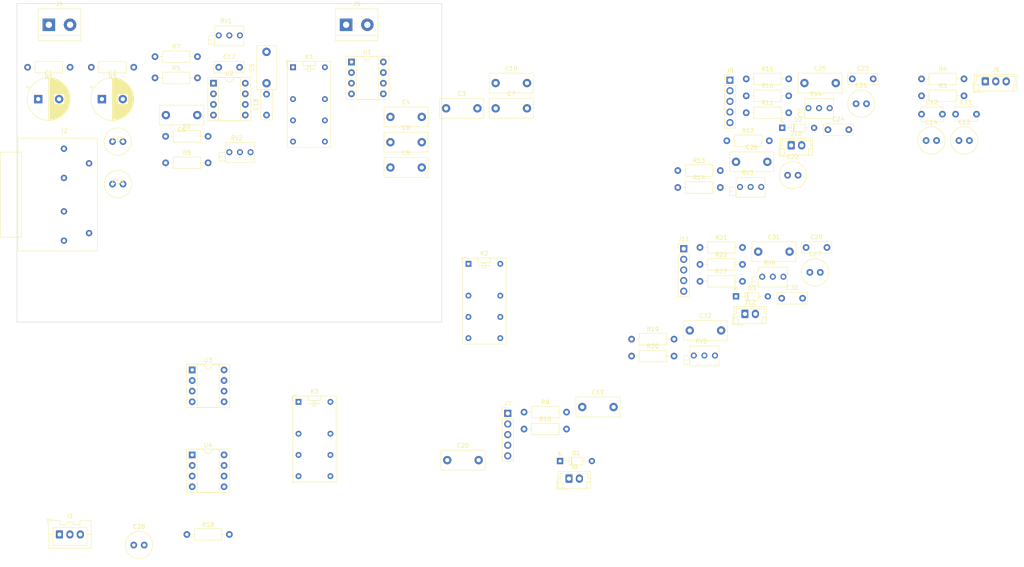
<source format=kicad_pcb>
(kicad_pcb (version 20211014) (generator pcbnew)
  (layers (0 "F.Cu" signal) (31 "B.Cu" signal) (34 "B.Paste" user) (35 "F.Paste" user) (36 "B.SilkS" user "B.Silkscreen") (37 "F.SilkS" user "F.Silkscreen") (38 "B.Mask" user) (39 "F.Mask" user) (44 "Edge.Cuts" user))
  (net 0 "")
  (net 1 "VCC")
  (net 2 "GND")
  (net 3 "VDD")
  (net 4 "/Channel 1/L Out")
  (net 5 "Net-(C11-Pad2)")
  (net 6 "/Channel 1/R Out")
  (net 7 "Net-(C12-Pad2)")
  (net 8 "Net-(C13-Pad2)")
  (net 9 "Net-(C14-Pad2)")
  (net 10 "/Channel 1/L In")
  (net 11 "Net-(C15-Pad2)")
  (net 12 "/Channel 1/R In")
  (net 13 "Net-(C16-Pad2)")
  (net 14 "Net-(C17-Pad1)")
  (net 15 "Net-(C17-Pad2)")
  (net 16 "Net-(C18-Pad1)")
  (net 17 "Net-(C18-Pad2)")
  (net 18 "Net-(C19-Pad2)")
  (net 19 "Net-(C20-Pad2)")
  (net 20 "/Channel 2/L In")
  (net 21 "Net-(C21-Pad2)")
  (net 22 "/Channel 2/R In")
  (net 23 "Net-(C22-Pad2)")
  (net 24 "Net-(C23-Pad1)")
  (net 25 "Net-(C23-Pad2)")
  (net 26 "Net-(C24-Pad1)")
  (net 27 "Net-(C24-Pad2)")
  (net 28 "Net-(C25-Pad2)")
  (net 29 "Net-(C26-Pad2)")
  (net 30 "/Channel 3/L In")
  (net 31 "Net-(C27-Pad2)")
  (net 32 "/Channel 3/R In")
  (net 33 "Net-(C28-Pad2)")
  (net 34 "Net-(C29-Pad1)")
  (net 35 "Net-(C29-Pad2)")
  (net 36 "Net-(C30-Pad1)")
  (net 37 "Net-(C30-Pad2)")
  (net 38 "Net-(C31-Pad2)")
  (net 39 "Net-(C32-Pad2)")
  (net 40 "GND2")
  (net 41 "Net-(D1-Pad2)")
  (net 42 "Net-(D2-Pad2)")
  (net 43 "Net-(D3-Pad2)")
  (net 44 "+5V")
  (net 45 "Net-(J7-Pad2)")
  (net 46 "Net-(J7-Pad4)")
  (net 47 "Net-(J9-Pad2)")
  (net 48 "Net-(J9-Pad4)")
  (net 49 "Net-(J11-Pad2)")
  (net 50 "Net-(J11-Pad4)")
  (net 51 "Net-(K1-Pad8)")
  (net 52 "Net-(K1-Pad9)")
  (net 53 "Net-(K2-Pad8)")
  (net 54 "Net-(K2-Pad9)")
  (net 55 "Net-(K3-Pad8)")
  (net 56 "Net-(K3-Pad9)")
  (net 57 "Net-(R7-Pad2)")
  (net 58 "Net-(R8-Pad2)")
  (net 59 "Net-(R13-Pad2)")
  (net 60 "Net-(R14-Pad2)")
  (net 61 "Net-(R19-Pad2)")
  (net 62 "Net-(R20-Pad2)")
  (footprint "Capacitor_THT:C_Rect_L7.0mm_W2.5mm_P5.00mm" (layer "F.Cu") (at 63.5 33.02)
    (fp_text reference "C17" (at 2.5 -2.5) (layer "F.SilkS"))
    (fp_text value "47p")
    (pad "1" thru_hole circle (at 0 0) (size 1.6 1.6) (drill 0.8) (layers *.Cu *.Mask) (net 14 "Net-(C17-Pad1)"))
    (pad "2" thru_hole circle (at 5 0) (size 1.6 1.6) (drill 0.8) (layers *.Cu *.Mask) (net 15 "Net-(C17-Pad2)"))
  )
  (footprint "Diode_THT:D_DO-34_SOD68_P7.62mm_Horizontal" (layer "F.Cu") (at 187.245354 87.83)
    (fp_text reference "D3" (at 3.81 -1.92) (layer "F.SilkS"))
    (fp_text value "DIODE")
    (fp_text user "K" (at 0 -1.75) (layer "F.SilkS"))
    (pad "1" thru_hole rect (at 0 0) (size 1.5 1.5) (drill 0.75) (layers *.Cu *.Mask) (net 40 "GND2"))
    (pad "2" thru_hole oval (at 7.62 0) (size 1.5 1.5) (drill 0.75) (layers *.Cu *.Mask) (net 43 "Net-(D3-Pad2)"))
  )
  (footprint "Resistor_THT:R_Axial_DIN0207_L6.3mm_D2.5mm_P10.16mm_Horizontal" (layer "F.Cu") (at 185.045354 50.6)
    (fp_text reference "R12" (at 5.08 -2.37) (layer "F.SilkS"))
    (fp_text value "47K")
    (pad "1" thru_hole circle (at 0 0) (size 1.6 1.6) (drill 0.8) (layers *.Cu *.Mask) (net 23 "Net-(C22-Pad2)"))
    (pad "2" thru_hole oval (at 10.16 0) (size 1.6 1.6) (drill 0.8) (layers *.Cu *.Mask) (net 26 "Net-(C24-Pad1)"))
  )
  (footprint "Resistor_THT:R_Axial_DIN0207_L6.3mm_D2.5mm_P10.16mm_Horizontal" (layer "F.Cu") (at 178.635354 80.18)
    (fp_text reference "R22" (at 5.08 -2.37) (layer "F.SilkS"))
    (fp_text value "22K")
    (pad "1" thru_hole circle (at 0 0) (size 1.6 1.6) (drill 0.8) (layers *.Cu *.Mask) (net 56 "Net-(K3-Pad9)"))
    (pad "2" thru_hole oval (at 10.16 0) (size 1.6 1.6) (drill 0.8) (layers *.Cu *.Mask) (net 6 "/Channel 1/R Out"))
  )
  (footprint "Resistor_THT:R_Axial_DIN0207_L6.3mm_D2.5mm_P10.16mm_Horizontal" (layer "F.Cu") (at 136.5425 119.5675)
    (fp_text reference "R10" (at 5.08 -2.37) (layer "F.SilkS"))
    (fp_text value "22K")
    (pad "1" thru_hole circle (at 0 0) (size 1.6 1.6) (drill 0.8) (layers *.Cu *.Mask) (net 52 "Net-(K1-Pad9)"))
    (pad "2" thru_hole oval (at 10.16 0) (size 1.6 1.6) (drill 0.8) (layers *.Cu *.Mask) (net 6 "/Channel 1/R Out"))
  )
  (footprint "Resistor_THT:R_Axial_DIN0207_L6.3mm_D2.5mm_P10.16mm_Horizontal" (layer "F.Cu") (at 43.18 33.02 180)
    (fp_text reference "R2" (at 5.08 -2.37) (layer "F.SilkS"))
    (fp_text value "10K")
    (pad "1" thru_hole circle (at 0 0 180) (size 1.6 1.6) (drill 0.8) (layers *.Cu *.Mask) (net 3 "VDD"))
    (pad "2" thru_hole oval (at 10.16 0 180) (size 1.6 1.6) (drill 0.8) (layers *.Cu *.Mask) (net 2 "GND"))
  )
  (footprint "Capacitor_THT:C_Rect_L7.0mm_W2.5mm_P5.00mm" (layer "F.Cu") (at 74.94 44.46 90)
    (fp_text reference "C18" (at 2.5 -2.5 90) (layer "F.SilkS"))
    (fp_text value "47p")
    (pad "1" thru_hole circle (at 0 0 90) (size 1.6 1.6) (drill 0.8) (layers *.Cu *.Mask) (net 16 "Net-(C18-Pad1)"))
    (pad "2" thru_hole circle (at 5 0 90) (size 1.6 1.6) (drill 0.8) (layers *.Cu *.Mask) (net 17 "Net-(C18-Pad2)"))
  )
  (footprint "Potentiometer_THT:Potentiometer_Bourns_3266Z_Horizontal" (layer "F.Cu") (at 209.655354 42.8)
    (fp_text reference "RV4" (at -3.3 -3.41) (layer "F.SilkS"))
    (fp_text value "100K")
    (pad "1" thru_hole circle (at 0 0) (size 1.44 1.44) (drill 0.8) (layers *.Cu *.Mask) (net 60 "Net-(R14-Pad2)"))
    (pad "2" thru_hole circle (at -2.54 0) (size 1.44 1.44) (drill 0.8) (layers *.Cu *.Mask) (net 27 "Net-(C24-Pad2)"))
    (pad "3" thru_hole circle (at -5.08 0) (size 1.44 1.44) (drill 0.8) (layers *.Cu *.Mask))
  )
  (footprint "Capacitor_THT:C_Radial_D6.3mm_H11.0mm_P2.50mm" (layer "F.Cu") (at 38.1 50.8)
    (fp_text reference "C15" (at 1.25 -0.57) (layer "F.SilkS"))
    (fp_text value "10u")
    (pad "1" thru_hole circle (at 0 0) (size 1.6 1.6) (drill 0.8) (layers *.Cu *.Mask) (net 10 "/Channel 1/L In"))
    (pad "2" thru_hole circle (at 2.5 0) (size 1.6 1.6) (drill 0.8) (layers *.Cu *.Mask) (net 11 "Net-(C15-Pad2)"))
  )
  (footprint "Resistor_THT:R_Axial_DIN0207_L6.3mm_D2.5mm_P10.16mm_Horizontal" (layer "F.Cu") (at 55.88 144.78)
    (fp_text reference "R18" (at 5.08 -2.37) (layer "F.SilkS"))
    (fp_text value "47K")
    (pad "1" thru_hole circle (at 0 0) (size 1.6 1.6) (drill 0.8) (layers *.Cu *.Mask) (net 33 "Net-(C28-Pad2)"))
    (pad "2" thru_hole oval (at 10.16 0) (size 1.6 1.6) (drill 0.8) (layers *.Cu *.Mask) (net 36 "Net-(C30-Pad1)"))
  )
  (footprint "Potentiometer_THT:Potentiometer_Bourns_3266Z_Horizontal" (layer "F.Cu") (at 71.12 53.34)
    (fp_text reference "RV2" (at -3.3 -3.41) (layer "F.SilkS"))
    (fp_text value "100K")
    (pad "1" thru_hole circle (at 0 0) (size 1.44 1.44) (drill 0.8) (layers *.Cu *.Mask) (net 58 "Net-(R8-Pad2)"))
    (pad "2" thru_hole circle (at -2.54 0) (size 1.44 1.44) (drill 0.8) (layers *.Cu *.Mask) (net 17 "Net-(C18-Pad2)"))
    (pad "3" thru_hole circle (at -5.08 0) (size 1.44 1.44) (drill 0.8) (layers *.Cu *.Mask))
  )
  (footprint "Connector_PinHeader_2.54mm:PinHeader_1x05_P2.54mm_Vertical" (layer "F.Cu") (at 132.6425 115.8175)
    (fp_text reference "J7" (at 0 -2.33) (layer "F.SilkS"))
    (fp_text value "Volume Control")
    (pad "1" thru_hole rect (at 0 0) (size 1.7 1.7) (drill 1) (layers *.Cu *.Mask) (net 18 "Net-(C19-Pad2)"))
    (pad "2" thru_hole oval (at 0 2.54) (size 1.7 1.7) (drill 1) (layers *.Cu *.Mask) (net 45 "Net-(J7-Pad2)"))
    (pad "3" thru_hole oval (at 0 5.08) (size 1.7 1.7) (drill 1) (layers *.Cu *.Mask) (net 2 "GND"))
    (pad "4" thru_hole oval (at 0 7.62) (size 1.7 1.7) (drill 1) (layers *.Cu *.Mask) (net 46 "Net-(J7-Pad4)"))
    (pad "5" thru_hole oval (at 0 10.16) (size 1.7 1.7) (drill 1) (layers *.Cu *.Mask) (net 19 "Net-(C20-Pad2)"))
  )
  (footprint "Capacitor_THT:C_Rect_L10.3mm_W4.5mm_P7.50mm_MKS4" (layer "F.Cu") (at 58.365 44.46 180)
    (fp_text reference "C6" (at 3.75 -3.5) (layer "F.SilkS"))
    (fp_text value "100n")
    (pad "1" thru_hole circle (at 0 0 180) (size 2 2) (drill 1) (layers *.Cu *.Mask) (net 3 "VDD"))
    (pad "2" thru_hole circle (at 7.5 0 180) (size 2 2) (drill 1) (layers *.Cu *.Mask) (net 2 "GND"))
  )
  (footprint "Capacitor_THT:C_Rect_L7.0mm_W2.5mm_P5.00mm" (layer "F.Cu") (at 215.065354 35.8)
    (fp_text reference "C23" (at 2.5 -2.5) (layer "F.SilkS"))
    (fp_text value "47p")
    (pad "1" thru_hole circle (at 0 0) (size 1.6 1.6) (drill 0.8) (layers *.Cu *.Mask) (net 24 "Net-(C23-Pad1)"))
    (pad "2" thru_hole circle (at 5 0) (size 1.6 1.6) (drill 0.8) (layers *.Cu *.Mask) (net 25 "Net-(C23-Pad2)"))
  )
  (footprint "Resistor_THT:R_Axial_DIN0207_L6.3mm_D2.5mm_P10.16mm_Horizontal" (layer "F.Cu") (at 162.265354 102.11)
    (fp_text reference "R20" (at 5.08 -2.37) (layer "F.SilkS"))
    (fp_text value "22K")
    (pad "1" thru_hole circle (at 0 0) (size 1.6 1.6) (drill 0.8) (layers *.Cu *.Mask) (net 36 "Net-(C30-Pad1)"))
    (pad "2" thru_hole oval (at 10.16 0) (size 1.6 1.6) (drill 0.8) (layers *.Cu *.Mask) (net 62 "Net-(R20-Pad2)"))
  )
  (footprint "Resistor_THT:R_Axial_DIN0207_L6.3mm_D2.5mm_P10.16mm_Horizontal" (layer "F.Cu") (at 136.5425 115.5175)
    (fp_text reference "R9" (at 5.08 -2.37) (layer "F.SilkS"))
    (fp_text value "22K")
    (pad "1" thru_hole circle (at 0 0) (size 1.6 1.6) (drill 0.8) (layers *.Cu *.Mask) (net 51 "Net-(K1-Pad8)"))
    (pad "2" thru_hole oval (at 10.16 0) (size 1.6 1.6) (drill 0.8) (layers *.Cu *.Mask) (net 4 "/Channel 1/L Out"))
  )
  (footprint "Capacitor_THT:C_Rect_L7.0mm_W2.5mm_P5.00mm" (layer "F.Cu") (at 209.235354 47.95)
    (fp_text reference "C24" (at 2.5 -2.5) (layer "F.SilkS"))
    (fp_text value "47p")
    (pad "1" thru_hole circle (at 0 0) (size 1.6 1.6) (drill 0.8) (layers *.Cu *.Mask) (net 26 "Net-(C24-Pad1)"))
    (pad "2" thru_hole circle (at 5 0) (size 1.6 1.6) (drill 0.8) (layers *.Cu *.Mask) (net 27 "Net-(C24-Pad2)"))
  )
  (footprint "Resistor_THT:R_Axial_DIN0207_L6.3mm_D2.5mm_P10.16mm_Horizontal" (layer "F.Cu") (at 162.265354 98.06)
    (fp_text reference "R19" (at 5.08 -2.37) (layer "F.SilkS"))
    (fp_text value "22K")
    (pad "1" thru_hole circle (at 0 0) (size 1.6 1.6) (drill 0.8) (layers *.Cu *.Mask) (net 34 "Net-(C29-Pad1)"))
    (pad "2" thru_hole oval (at 10.16 0) (size 1.6 1.6) (drill 0.8) (layers *.Cu *.Mask) (net 61 "Net-(R19-Pad2)"))
  )
  (footprint "Resistor_THT:R_Axial_DIN0207_L6.3mm_D2.5mm_P10.16mm_Horizontal" (layer "F.Cu") (at 231.625354 39.85)
    (fp_text reference "R3" (at 5.08 -2.37) (layer "F.SilkS"))
    (fp_text value "22K")
    (pad "1" thru_hole circle (at 0 0) (size 1.6 1.6) (drill 0.8) (layers *.Cu *.Mask) (net 4 "/Channel 1/L Out"))
    (pad "2" thru_hole oval (at 10.16 0) (size 1.6 1.6) (drill 0.8) (layers *.Cu *.Mask) (net 5 "Net-(C11-Pad2)"))
  )
  (footprint "Capacitor_THT:C_Radial_D6.3mm_H11.0mm_P2.50mm" (layer "F.Cu") (at 38.1 60.96)
    (fp_text reference "C16" (at 1.25 -0.57) (layer "F.SilkS"))
    (fp_text value "10u")
    (pad "1" thru_hole circle (at 0 0) (size 1.6 1.6) (drill 0.8) (layers *.Cu *.Mask) (net 12 "/Channel 1/R In"))
    (pad "2" thru_hole circle (at 2.5 0) (size 1.6 1.6) (drill 0.8) (layers *.Cu *.Mask) (net 13 "Net-(C16-Pad2)"))
  )
  (footprint "Connector_PinHeader_2.54mm:PinHeader_1x05_P2.54mm_Vertical" (layer "F.Cu") (at 174.735354 76.43)
    (fp_text reference "J11" (at 0 -2.33) (layer "F.SilkS"))
    (fp_text value "Volume Control")
    (pad "1" thru_hole rect (at 0 0) (size 1.7 1.7) (drill 1) (layers *.Cu *.Mask) (net 38 "Net-(C31-Pad2)"))
    (pad "2" thru_hole oval (at 0 2.54) (size 1.7 1.7) (drill 1) (layers *.Cu *.Mask) (net 49 "Net-(J11-Pad2)"))
    (pad "3" thru_hole oval (at 0 5.08) (size 1.7 1.7) (drill 1) (layers *.Cu *.Mask) (net 2 "GND"))
    (pad "4" thru_hole oval (at 0 7.62) (size 1.7 1.7) (drill 1) (layers *.Cu *.Mask) (net 50 "Net-(J11-Pad4)"))
    (pad "5" thru_hole oval (at 0 10.16) (size 1.7 1.7) (drill 1) (layers *.Cu *.Mask) (net 39 "Net-(C32-Pad2)"))
  )
  (footprint "Resistor_THT:R_Axial_DIN0207_L6.3mm_D2.5mm_P10.16mm_Horizontal" (layer "F.Cu") (at 48.26 30.48)
    (fp_text reference "R7" (at 5.08 -2.37) (layer "F.SilkS"))
    (fp_text value "22K")
    (pad "1" thru_hole circle (at 0 0) (size 1.6 1.6) (drill 0.8) (layers *.Cu *.Mask) (net 14 "Net-(C17-Pad1)"))
    (pad "2" thru_hole oval (at 10.16 0) (size 1.6 1.6) (drill 0.8) (layers *.Cu *.Mask) (net 57 "Net-(R7-Pad2)"))
  )
  (footprint "Resistor_THT:R_Axial_DIN0207_L6.3mm_D2.5mm_P10.16mm_Horizontal" (layer "F.Cu") (at 27.94 33.02 180)
    (fp_text reference "R1" (at 5.08 -2.37) (layer "F.SilkS"))
    (fp_text value "10K")
    (pad "1" thru_hole circle (at 0 0 180) (size 1.6 1.6) (drill 0.8) (layers *.Cu *.Mask) (net 2 "GND"))
    (pad "2" thru_hole oval (at 10.16 0 180) (size 1.6 1.6) (drill 0.8) (layers *.Cu *.Mask) (net 1 "VCC"))
  )
  (footprint "Package_DIP:DIP-8_W7.62mm_Socket" (layer "F.Cu") (at 95.26 31.76)
    (fp_text reference "U1" (at 3.81 -2.33) (layer "F.SilkS"))
    (fp_text value "TL072")
    (pad "1" thru_hole rect (at 0 0) (size 1.6 1.6) (drill 0.8) (layers *.Cu *.Mask) (net 5 "Net-(C11-Pad2)"))
    (pad "2" thru_hole oval (at 0 2.54) (size 1.6 1.6) (drill 0.8) (layers *.Cu *.Mask) (net 4 "/Channel 1/L Out"))
    (pad "3" thru_hole oval (at 0 5.08) (size 1.6 1.6) (drill 0.8) (layers *.Cu *.Mask) (net 2 "GND"))
    (pad "4" thru_hole oval (at 0 7.62) (size 1.6 1.6) (drill 0.8) (layers *.Cu *.Mask) (net 3 "VDD"))
    (pad "5" thru_hole oval (at 7.62 7.62) (size 1.6 1.6) (drill 0.8) (layers *.Cu *.Mask) (net 6 "/Channel 1/R Out"))
    (pad "6" thru_hole oval (at 7.62 5.08) (size 1.6 1.6) (drill 0.8) (layers *.Cu *.Mask) (net 2 "GND"))
    (pad "7" thru_hole oval (at 7.62 2.54) (size 1.6 1.6) (drill 0.8) (layers *.Cu *.Mask) (net 7 "Net-(C12-Pad2)"))
    (pad "8" thru_hole oval (at 7.62 0) (size 1.6 1.6) (drill 0.8) (layers *.Cu *.Mask) (net 1 "VCC"))
  )
  (footprint "Capacitor_THT:C_Rect_L10.3mm_W4.5mm_P7.50mm_MKS4" (layer "F.Cu") (at 150.4625 114.3)
    (fp_text reference "C19" (at 3.75 -3.5) (layer "F.SilkS"))
    (fp_text value "10u")
    (pad "1" thru_hole circle (at 0 0) (size 2 2) (drill 1) (layers *.Cu *.Mask) (net 15 "Net-(C17-Pad2)"))
    (pad "2" thru_hole circle (at 7.5 0) (size 2 2) (drill 1) (layers *.Cu *.Mask) (net 18 "Net-(C19-Pad2)"))
  )
  (footprint "Resistor_THT:R_Axial_DIN0207_L6.3mm_D2.5mm_P10.16mm_Horizontal" (layer "F.Cu") (at 231.625354 35.8)
    (fp_text reference "R4" (at 5.08 -2.37) (layer "F.SilkS"))
    (fp_text value "22K")
    (pad "1" thru_hole circle (at 0 0) (size 1.6 1.6) (drill 0.8) (layers *.Cu *.Mask) (net 6 "/Channel 1/R Out"))
    (pad "2" thru_hole oval (at 10.16 0) (size 1.6 1.6) (drill 0.8) (layers *.Cu *.Mask) (net 7 "Net-(C12-Pad2)"))
  )
  (footprint "Connector_JST:JST_EH_B2B-EH-A_1x02_P2.50mm_Vertical" (layer "F.Cu") (at 189.385354 92.03)
    (fp_text reference "J12" (at 1.25 -2.8) (layer "F.SilkS"))
    (fp_text value "Muting Control")
    (pad "1" thru_hole roundrect (at 0 0) (size 1.7 2) (drill 1) (layers *.Cu *.Mask) (roundrect_rratio 0.147059) (net 44 "+5V"))
    (pad "2" thru_hole oval (at 2.5 0) (size 1.7 2) (drill 1) (layers *.Cu *.Mask) (net 43 "Net-(D3-Pad2)"))
  )
  (footprint "Capacitor_THT:C_Rect_L10.3mm_W4.5mm_P7.50mm_MKS4" (layer "F.Cu") (at 176.185354 95.98)
    (fp_text reference "C32" (at 3.75 -3.5) (layer "F.SilkS"))
    (fp_text value "10u")
    (pad "1" thru_hole circle (at 0 0) (size 2 2) (drill 1) (layers *.Cu *.Mask) (net 37 "Net-(C30-Pad2)"))
    (pad "2" thru_hole circle (at 7.5 0) (size 2 2) (drill 1) (layers *.Cu *.Mask) (net 39 "Net-(C32-Pad2)"))
  )
  (footprint "Capacitor_THT:C_Disc_D5.1mm_W3.2mm_P5.00mm" (layer "F.Cu") (at 239.775354 44.25)
    (fp_text reference "C11" (at 2.5 -2.85) (layer "F.SilkS"))
    (fp_text value "22p")
    (pad "1" thru_hole circle (at 0 0) (size 1.6 1.6) (drill 0.8) (layers *.Cu *.Mask) (net 4 "/Channel 1/L Out"))
    (pad "2" thru_hole circle (at 5 0) (size 1.6 1.6) (drill 0.8) (layers *.Cu *.Mask) (net 5 "Net-(C11-Pad2)"))
  )
  (footprint "Package_DIP:DIP-8_W7.62mm_Socket" (layer "F.Cu") (at 62.24 36.84)
    (fp_text reference "U2" (at 3.81 -2.33) (layer "F.SilkS"))
    (fp_text value "TL072")
    (pad "1" thru_hole rect (at 0 0) (size 1.6 1.6) (drill 0.8) (layers *.Cu *.Mask) (net 15 "Net-(C17-Pad2)"))
    (pad "2" thru_hole oval (at 0 2.54) (size 1.6 1.6) (drill 0.8) (layers *.Cu *.Mask) (net 14 "Net-(C17-Pad1)"))
    (pad "3" thru_hole oval (at 0 5.08) (size 1.6 1.6) (drill 0.8) (layers *.Cu *.Mask) (net 2 "GND"))
    (pad "4" thru_hole oval (at 0 7.62) (size 1.6 1.6) (drill 0.8) (layers *.Cu *.Mask) (net 3 "VDD"))
    (pad "5" thru_hole oval (at 7.62 7.62) (size 1.6 1.6) (drill 0.8) (layers *.Cu *.Mask) (net 2 "GND"))
    (pad "6" thru_hole oval (at 7.62 5.08) (size 1.6 1.6) (drill 0.8) (layers *.Cu *.Mask) (net 16 "Net-(C18-Pad1)"))
    (pad "7" thru_hole oval (at 7.62 2.54) (size 1.6 1.6) (drill 0.8) (layers *.Cu *.Mask) (net 17 "Net-(C18-Pad2)"))
    (pad "8" thru_hole oval (at 7.62 0) (size 1.6 1.6) (drill 0.8) (layers *.Cu *.Mask) (net 1 "VCC"))
  )
  (footprint "Resistor_THT:R_Axial_DIN0207_L6.3mm_D2.5mm_P10.16mm_Horizontal" (layer "F.Cu") (at 50.8 49.54)
    (fp_text reference "R6" (at 5.08 -2.37) (layer "F.SilkS"))
    (fp_text value "47K")
    (pad "1" thru_hole circle (at 0 0) (size 1.6 1.6) (drill 0.8) (layers *.Cu *.Mask) (net 13 "Net-(C16-Pad2)"))
    (pad "2" thru_hole oval (at 10.16 0) (size 1.6 1.6) (drill 0.8) (layers *.Cu *.Mask) (net 16 "Net-(C18-Pad1)"))
  )
  (footprint "Capacitor_THT:C_Rect_L10.3mm_W4.5mm_P7.50mm_MKS4" (layer "F.Cu") (at 104.575354 50.95)
    (fp_text reference "C8" (at 3.75 -3.5) (layer "F.SilkS"))
    (fp_text value "100n")
    (pad "1" thru_hole circle (at 0 0) (size 2 2) (drill 1) (layers *.Cu *.Mask) (net 3 "VDD"))
    (pad "2" thru_hole circle (at 7.5 0) (size 2 2) (drill 1) (layers *.Cu *.Mask) (net 2 "GND"))
  )
  (footprint "Capacitor_THT:C_Radial_D6.3mm_H11.0mm_P2.50mm" (layer "F.Cu") (at 43.18 147.32)
    (fp_text reference "C28" (at 1.25 -4.4) (layer "F.SilkS"))
    (fp_text value "10u")
    (pad "1" thru_hole circle (at 0 0) (size 1.6 1.6) (drill 0.8) (layers *.Cu *.Mask) (net 32 "/Channel 3/R In"))
    (pad "2" thru_hole circle (at 2.5 0) (size 1.6 1.6) (drill 0.8) (layers *.Cu *.Mask) (net 33 "Net-(C28-Pad2)"))
  )
  (footprint "CustomFootprintLibrary:Dual Stereo RCA Jack" (layer "F.Cu") (at 26.48 63.5)
    (fp_text reference "J2" (at 0 -15.24 unlocked) (layer "F.SilkS"))
    (fp_text value "Dual_Stereo_RCA_Jack")
    (pad "1" thru_hole circle (at 0 -4) (size 1.524 1.524) (drill 0.762) (layers *.Cu *.Mask) (net 12 "/Channel 1/R In"))
    (pad "2" thru_hole circle (at 0 -11) (size 1.524 1.524) (drill 0.762) (layers *.Cu *.Mask) (net 10 "/Channel 1/L In"))
    (pad "3" thru_hole circle (at 6 -7.5) (size 1.524 1.524) (drill 0.762) (layers *.Cu *.Mask) (net 2 "GND"))
    (pad "4" thru_hole circle (at 0 11) (size 1.524 1.524) (drill 0.762) (layers *.Cu *.Mask) (net 22 "/Channel 2/R In"))
    (pad "5" thru_hole circle (at 0 4) (size 1.524 1.524) (drill 0.762) (layers *.Cu *.Mask) (net 20 "/Channel 2/L In"))
    (pad "6" thru_hole circle (at 6 9.2) (size 1.524 1.524) (drill 0.762) (layers *.Cu *.Mask) (net 2 "GND"))
  )
  (footprint "Resistor_THT:R_Axial_DIN0207_L6.3mm_D2.5mm_P10.16mm_Horizontal" (layer "F.Cu") (at 173.325354 57.73)
    (fp_text reference "R13" (at 5.08 -2.37) (layer "F.SilkS"))
    (fp_text value "22K")
    (pad "1" thru_hole circle (at 0 0) (size 1.6 1.6) (drill 0.8) (layers *.Cu *.Mask) (net 24 "Net-(C23-Pad1)"))
    (pad "2" thru_hole oval (at 10.16 0) (size 1.6 1.6) (drill 0.8) (layers *.Cu *.Mask) (net 59 "Net-(R13-Pad2)"))
  )
  (footprint "Relay_THT:Relay_DPDT_Omron_G5V-2" (layer "F.Cu") (at 123.2375 80.0425)
    (fp_text reference "K2" (at 3.81 -2.5) (layer "F.SilkS"))
    (fp_text value "EC2-5NU")
    (pad "1" thru_hole rect (at 0 0) (size 1.4 1.4) (drill 0.7) (layers *.Cu *.Mask) (net 42 "Net-(D2-Pad2)"))
    (pad "4" thru_hole circle (at 0 7.62) (size 1.4 1.4) (drill 0.7) (layers *.Cu *.Mask) (net 47 "Net-(J9-Pad2)"))
    (pad "6" thru_hole circle (at 0 12.7) (size 1.4 1.4) (drill 0.7) (layers *.Cu *.Mask) (net 2 "GND"))
    (pad "8" thru_hole circle (at 0 17.78) (size 1.4 1.4) (drill 0.7) (layers *.Cu *.Mask) (net 53 "Net-(K2-Pad8)"))
    (pad "9" thru_hole circle (at 7.62 17.78) (size 1.4 1.4) (drill 0.7) (layers *.Cu *.Mask) (net 54 "Net-(K2-Pad9)"))
    (pad "11" thru_hole circle (at 7.62 12.7) (size 1.4 1.4) (drill 0.7) (layers *.Cu *.Mask) (net 2 "GND"))
    (pad "13" thru_hole circle (at 7.62 7.62) (size 1.4 1.4) (drill 0.7) (layers *.Cu *.Mask) (net 48 "Net-(J9-Pad4)"))
    (pad "16" thru_hole circle (at 7.62 0) (size 1.4 1.4) (drill 0.7) (layers *.Cu *.Mask) (net 40 "GND2"))
  )
  (footprint "Resistor_THT:R_Axial_DIN0207_L6.3mm_D2.5mm_P10.16mm_Horizontal" (layer "F.Cu") (at 173.325354 61.78)
    (fp_text reference "R14" (at 5.08 -2.37) (layer "F.SilkS"))
    (fp_text value "22K")
    (pad "1" thru_hole circle (at 0 0) (size 1.6 1.6) (drill 0.8) (layers *.Cu *.Mask) (net 26 "Net-(C24-Pad1)"))
    (pad "2" thru_hole oval (at 10.16 0) (size 1.6 1.6) (drill 0.8) (layers *.Cu *.Mask) (net 60 "Net-(R14-Pad2)"))
  )
  (footprint "Connector_PinHeader_2.54mm:PinHeader_1x05_P2.54mm_Vertical" (layer "F.Cu") (at 185.795354 36.1)
    (fp_text reference "J9" (at 0 -2.33) (layer "F.SilkS"))
    (fp_text value "Volume Control")
    (pad "1" thru_hole rect (at 0 0) (size 1.7 1.7) (drill 1) (layers *.Cu *.Mask) (net 28 "Net-(C25-Pad2)"))
    (pad "2" thru_hole oval (at 0 2.54) (size 1.7 1.7) (drill 1) (layers *.Cu *.Mask) (net 47 "Net-(J9-Pad2)"))
    (pad "3" thru_hole oval (at 0 5.08) (size 1.7 1.7) (drill 1) (layers *.Cu *.Mask) (net 2 "GND"))
    (pad "4" thru_hole oval (at 0 7.62) (size 1.7 1.7) (drill 1) (layers *.Cu *.Mask) (net 48 "Net-(J9-Pad4)"))
    (pad "5" thru_hole oval (at 0 10.16) (size 1.7 1.7) (drill 1) (layers *.Cu *.Mask) (net 29 "Net-(C26-Pad2)"))
  )
  (footprint "Connector_JST:JST_EH_B2B-EH-A_1x02_P2.50mm_Vertical" (layer "F.Cu") (at 200.445354 51.7)
    (fp_text reference "J10" (at 1.25 -2.8) (layer "F.SilkS"))
    (fp_text value "Muting Control")
    (pad "1" thru_hole roundrect (at 0 0) (size 1.7 2) (drill 1) (layers *.Cu *.Mask) (roundrect_rratio 0.147059) (net 44 "+5V"))
    (pad "2" thru_hole oval (at 2.5 0) (size 1.7 2) (drill 1) (layers *.Cu *.Mask) (net 42 "Net-(D2-Pad2)"))
  )
  (footprint "Resistor_THT:R_Axial_DIN0207_L6.3mm_D2.5mm_P10.16mm_Horizontal" (layer "F.Cu") (at 178.635354 76.13)
    (fp_text reference "R21" (at 5.08 -2.37) (layer "F.SilkS"))
    (fp_text value "22K")
    (pad "1" thru_hole circle (at 0 0) (size 1.6 1.6) (drill 0.8) (layers *.Cu *.Mask) (net 55 "Net-(K3-Pad8)"))
    (pad "2" thru_hole oval (at 10.16 0) (size 1.6 1.6) (drill 0.8) (layers *.Cu *.Mask) (net 4 "/Channel 1/L Out"))
  )
  (footprint "Capacitor_THT:C_Rect_L7.0mm_W2.5mm_P5.00mm" (layer "F.Cu") (at 204.005354 76.13)
    (fp_text reference "C29" (at 2.5 -2.5) (layer "F.SilkS"))
    (fp_text value "47p")
    (pad "1" thru_hole circle (at 0 0) (size 1.6 1.6) (drill 0.8) (layers *.Cu *.Mask) (net 34 "Net-(C29-Pad1)"))
    (pad "2" thru_hole circle (at 5 0) (size 1.6 1.6) (drill 0.8) (layers *.Cu *.Mask) (net 35 "Net-(C29-Pad2)"))
  )
  (footprint "Resistor_THT:R_Axial_DIN0207_L6.3mm_D2.5mm_P10.16mm_Horizontal" (layer "F.Cu") (at 48.26 35.56)
    (fp_text reference "R5" (at 5.08 -2.37) (layer "F.SilkS"))
    (fp_text value "47K")
    (pad "1" thru_hole circle (at 0 0) (size 1.6 1.6) (drill 0.8) (layers *.Cu *.Mask) (net 11 "Net-(C15-Pad2)"))
    (pad "2" thru_hole oval (at 10.16 0) (size 1.6 1.6) (drill 0.8) (layers *.Cu *.Mask) (net 14 "Net-(C17-Pad1)"))
  )
  (footprint "Potentiometer_THT:Potentiometer_Bourns_3266Z_Horizontal" (layer "F.Cu") (at 198.595354 83.13)
    (fp_text reference "RV6" (at -3.3 -3.41) (layer "F.SilkS"))
    (fp_text value "100K")
    (pad "1" thru_hole circle (at 0 0) (size 1.44 1.44) (drill 0.8) (layers *.Cu *.Mask) (net 62 "Net-(R20-Pad2)"))
    (pad "2" thru_hole circle (at -2.54 0) (size 1.44 1.44) (drill 0.8) (layers *.Cu *.Mask) (net 37 "Net-(C30-Pad2)"))
    (pad "3" thru_hole circle (at -5.08 0) (size 1.44 1.44) (drill 0.8) (layers *.Cu *.Mask))
  )
  (footprint "Capacitor_THT:C_Rect_L10.3mm_W4.5mm_P7.50mm_MKS4" (layer "F.Cu") (at 129.745354 42.85)
    (fp_text reference "C7" (at 3.75 -3.5) (layer "F.SilkS"))
    (fp_text value "100n")
    (pad "1" thru_hole circle (at 0 0) (size 2 2) (drill 1) (layers *.Cu *.Mask) (net 1 "VCC"))
    (pad "2" thru_hole circle (at 7.5 0) (size 2 2) (drill 1) (layers *.Cu *.Mask) (net 2 "GND"))
  )
  (footprint "Potentiometer_THT:Potentiometer_Bourns_3266Z_Horizontal" (layer "F.Cu") (at 193.285354 61.65)
    (fp_text reference "RV3" (at -3.3 -3.41) (layer "F.SilkS"))
    (fp_text value "100K")
    (pad "1" thru_hole circle (at 0 0) (size 1.44 1.44) (drill 0.8) (layers *.Cu *.Mask) (net 59 "Net-(R13-Pad2)"))
    (pad "2" thru_hole circle (at -2.54 0) (size 1.44 1.44) (drill 0.8) (layers *.Cu *.Mask) (net 25 "Net-(C23-Pad2)"))
    (pad "3" thru_hole circle (at -5.08 0) (size 1.44 1.44) (drill 0.8) (layers *.Cu *.Mask))
  )
  (footprint "Diode_THT:D_DO-34_SOD68_P7.62mm_Horizontal" (layer "F.Cu") (at 145.1525 127.2175)
    (fp_text reference "D1" (at 3.81 -1.92) (layer "F.SilkS"))
    (fp_text value "DIODE")
    (fp_text user "K" (at 0 -1.75) (layer "F.SilkS"))
    (pad "1" thru_hole rect (at 0 0) (size 1.5 1.5) (drill 0.75) (layers *.Cu *.Mask) (net 40 "GND2"))
    (pad "2" thru_hole oval (at 7.62 0) (size 1.5 1.5) (drill 0.75) (layers *.Cu *.Mask) (net 41 "Net-(D1-Pad2)"))
  )
  (footprint "Capacitor_THT:C_Radial_D6.3mm_H11.0mm_P2.50mm" (layer "F.Cu") (at 199.595354 58.85)
    (fp_text reference "C22" (at 1.25 -4.4) (layer "F.SilkS"))
    (fp_text value "10u")
    (pad "1" thru_hole circle (at 0 0) (size 1.6 1.6) (drill 0.8) (layers *.Cu *.Mask) (net 22 "/Channel 2/R In"))
    (pad "2" thru_hole circle (at 2.5 0) (size 1.6 1.6) (drill 0.8) (layers *.Cu *.Mask) (net 23 "Net-(C22-Pad2)"))
  )
  (footprint "Package_DIP:DIP-8_W7.62mm_Socket" (layer "F.Cu") (at 57.16 125.74)
    (fp_text reference "U4" (at 3.81 -2.33) (layer "F.SilkS"))
    (fp_text value "TL072")
    (pad "1" thru_hole rect (at 0 0) (size 1.6 1.6) (drill 0.8) (layers *.Cu *.Mask) (net 35 "Net-(C29-Pad2)"))
    (pad "2" thru_hole oval (at 0 2.54) (size 1.6 1.6) (drill 0.8) (layers *.Cu *.Mask) (net 34 "Net-(C29-Pad1)"))
    (pad "3" thru_hole oval (at 0 5.08) (size 1.6 1.6) (drill 0.8) (layers *.Cu *.Mask) (net 2 "GND"))
    (pad "4" thru_hole oval (at 0 7.62) (size 1.6 1.6) (drill 0.8) (layers *.Cu *.Mask) (net 3 "VDD"))
    (pad "5" thru_hole oval (at 7.62 7.62) (size 1.6 1.6) (drill 0.8) (layers *.Cu *.Mask) (net 2 "GND"))
    (pad "6" thru_hole oval (at 7.62 5.08) (size 1.6 1.6) (drill 0.8) (layers *.Cu *.Mask) (net 36 "Net-(C30-Pad1)"))
    (pad "7" thru_hole oval (at 7.62 2.54) (size 1.6 1.6) (drill 0.8) (layers *.Cu *.Mask) (net 37 "Net-(C30-Pad2)"))
    (pad "8" thru_hole oval (at 7.62 0) (size 1.6 1.6) (drill 0.8) (layers *.Cu *.Mask) (net 1 "VCC"))
  )
  (footprint "Capacitor_THT:C_Radial_D6.3mm_H11.0mm_P2.50mm" (layer "F.Cu") (at 240.575354 50.55)
    (fp_text reference "C13" (at 1.25 -4.4) (layer "F.SilkS"))
    (fp_text value "22u")
    (pad "1" thru_hole circle (at 0 0) (size 1.6 1.6) (drill 0.8) (layers *.Cu *.Mask) (net 5 "Net-(C11-Pad2)"))
    (pad "2" thru_hole circle (at 2.5 0) (size 1.6 1.6) (drill 0.8) (layers *.Cu *.Mask) (net 8 "Net-(C13-Pad2)"))
  )
  (footprint "Capacitor_THT:C_Rect_L7.0mm_W2.5mm_P5.00mm" (layer "F.Cu") (at 198.175354 88.28)
    (fp_text reference "C30" (at 2.5 -2.5) (layer "F.SilkS"))
    (fp_text value "47p")
    (pad "1" thru_hole circle (at 0 0) (size 1.6 1.6) (drill 0.8) (layers *.Cu *.Mask) (net 36 "Net-(C30-Pad1)"))
    (pad "2" thru_hole circle (at 5 0) (size 1.6 1.6) (drill 0.8) (layers *.Cu *.Mask) (net 37 "Net-(C30-Pad2)"))
  )
  (footprint "Capacitor_THT:C_Rect_L10.3mm_W4.5mm_P7.50mm_MKS4" (layer "F.Cu") (at 104.575354 44.9)
    (fp_text reference "C4" (at 3.75 -3.5) (layer "F.SilkS"))
    (fp_text value "100n")
    (pad "1" thru_hole circle (at 0 0) (size 2 2) (drill 1) (layers *.Cu *.Mask) (net 3 "VDD"))
    (pad "2" thru_hole circle (at 7.5 0) (size 2 2) (drill 1) (layers *.Cu *.Mask) (net 2 "GND"))
  )
  (footprint "Capacitor_THT:C_Rect_L10.3mm_W4.5mm_P7.50mm_MKS4" (layer "F.Cu") (at 117.885354 42.85)
    (fp_text reference "C3" (at 3.75 -3.5) (layer "F.SilkS"))
    (fp_text value "100n")
    (pad "1" thru_hole circle (at 0 0) (size 2 2) (drill 1) (layers *.Cu *.Mask) (net 1 "VCC"))
    (pad "2" thru_hole circle (at 7.5 0) (size 2 2) (drill 1) (layers *.Cu *.Mask) (net 2 "GND"))
  )
  (footprint "Capacitor_THT:C_Disc_D5.1mm_W3.2mm_P5.00mm" (layer "F.Cu") (at 231.625354 44.25)
    (fp_text reference "C12" (at 2.5 -2.85) (layer "F.SilkS"))
    (fp_text value "22p")
    (pad "1" thru_hole circle (at 0 0) (size 1.6 1.6) (drill 0.8) (layers *.Cu *.Mask) (net 6 "/Channel 1/R Out"))
    (pad "2" thru_hole circle (at 5 0) (size 1.6 1.6) (drill 0.8) (layers *.Cu *.Mask) (net 7 "Net-(C12-Pad2)"))
  )
  (footprint "Capacitor_THT:C_Radial_D6.3mm_H11.0mm_P2.50mm" (layer "F.Cu") (at 204.905354 82.08)
    (fp_text reference "C27" (at 1.25 -4.4) (layer "F.SilkS"))
    (fp_text value "10u")
    (pad "1" thru_hole circle (at 0 0) (size 1.6 1.6) (drill 0.8) (layers *.Cu *.Mask) (net 30 "/Channel 3/L In"))
    (pad "2" thru_hole circle (at 2.5 0) (size 1.6 1.6) (drill 0.8) (layers *.Cu *.Mask) (net 31 "Net-(C27-Pad2)"))
  )
  (footprint "Capacitor_THT:C_Rect_L10.3mm_W4.5mm_P7.50mm_MKS4" (layer "F.Cu") (at 74.94 36.84 90)
    (fp_text reference "C5" (at 3.75 -3.5 90) (layer "F.SilkS"))
    (fp_text value "100n")
    (pad "1" thru_hole circle (at 0 0 90) (size 2 2) (drill 1) (layers *.Cu *.Mask) (net 1 "VCC"))
    (pad "2" thru_hole circle (at 7.5 0 90) (size 2 2) (drill 1) (layers *.Cu *.Mask) (net 2 "GND"))
  )
  (footprint "Capacitor_THT:C_Rect_L10.3mm_W4.5mm_P7.50mm_MKS4" (layer "F.Cu") (at 192.555354 77.13)
    (fp_text reference "C31" (at 3.75 -3.5) (layer "F.SilkS"))
    (fp_text value "10u")
    (pad "1" thru_hole circle (at 0 0) (size 2 2) (drill 1) (layers *.Cu *.Mask) (net 35 "Net-(C29-Pad2)"))
    (pad "2" thru_hole circle (at 7.5 0) (size 2 2) (drill 1) (layers *.Cu *.Mask) (net 38 "Net-(C31-Pad2)"))
  )
  (footprint "Relay_THT:Relay_DPDT_Omron_G5V-2" (layer "F.Cu") (at 81.28 33.02)
    (fp_text reference "K1" (at 3.81 -2.5) (layer "F.SilkS"))
    (fp_text value "EC2-5NU")
    (pad "1" thru_hole rect (at 0 0) (size 1.4 1.4) (drill 0.7) (layers *.Cu *.Mask) (net 41 "Net-(D1-Pad2)"))
    (pad "4" thru_hole circle (at 0 7.62) (size 1.4 1.4) (drill 0.7) (layers *.Cu *.Mask) (net 45 "Net-(J7-Pad2)"))
    (pad "6" thru_hole circle (at 0 12.7) (size 1.4 1.4) (drill 0.7) (layers *.Cu *.Mask) (net 2 "GND"))
    (pad "8" thru_hole circle (at 0 17.78) (size 1.4 1.4) (drill 0.7) (layers *.Cu *.Mask) (net 51 "Net-(K1-Pad8)"))
    (pad "9" thru_hole circle (at 7.62 17.78) (size 1.4 1.4) (drill 0.7) (layers *.Cu *.Mask) (net 52 "Net-(K1-Pad9)"))
    (pad "11" thru_hole circle (at 7.62 12.7) (size 1.4 1.4) (drill 0.7) (layers *.Cu *.Mask) (net 2 "GND"))
    (pad "13" thru_hole circle (at 7.62 7.62) (size 1.4 1.4) (drill 0.7) (layers *.Cu *.Mask) (net 46 "Net-(J7-Pad4)"))
    (pad "16" thru_hole circle (at 7.62 0) (size 1.4 1.4) (drill 0.7) (layers *.Cu *.Mask) (net 40 "GND2"))
  )
  (footprint "Capacitor_THT:C_Rect_L10.3mm_W4.5mm_P7.50mm_MKS4" (layer "F.Cu") (at 118.175 127)
    (fp_text reference "C20" (at 3.75 -3.5) (layer "F.SilkS"))
    (fp_text value "10u")
    (pad "1" thru_hole circle (at 0 0) (size 2 2) (drill 1) (layers *.Cu *.Mask) (net 17 "Net-(C18-Pad2)"))
    (pad "2" thru_hole circle (at 7.5 0) (size 2 2) (drill 1) (layers *.Cu *.Mask) (net 19 "Net-(C20-Pad2)"))
  )
  (footprint "Capacitor_THT:C_Radial_D6.3mm_H11.0mm_P2.50mm" (layer "F.Cu") (at 215.965354 41.75)
    (fp_text reference "C21" (at 1.25 -4.4) (layer "F.SilkS"))
    (fp_text value "10u")
    (pad "1" thru_hole circle (at 0 0) (size 1.6 1.6) (drill 0.8) (layers *.Cu *.Mask) (net 20 "/Channel 2/L In"))
    (pad "2" thru_hole circle (at 2.5 0) (size 1.6 1.6) (drill 0.8) (layers *.Cu *.Mask) (net 21 "Net-(C21-Pad2)"))
  )
  (footprint "Capacitor_THT:C_Rect_L10.3mm_W4.5mm_P7.50mm_MKS4" (layer "F.Cu") (at 104.575354 57)
    (fp_text reference "C9" (at 3.75 -3.5) (layer "F.SilkS"))
    (fp_text value "100n")
    (pad "1" thru_hole circle (at 0 0) (size 2 2) (drill 1) (layers *.Cu *.Mask) (net 1 "VCC"))
    (pad "2" thru_hole circle (at 7.5 0) (size 2 2) (drill 1) (layers *.Cu *.Mask) (net 2 "GND"))
  )
  (footprint "Capacitor_THT:CP_Radial_D10.0mm_P5.00mm" (layer "F.Cu") (at 20.32 40.64)
    (fp_text reference "C1" (at 2.5 -6.25) (layer "F.SilkS"))
    (fp_text value "1000uF")
    (pad "1" thru_hole rect (at 0 0) (size 2 2) (drill 1) (layers *.Cu *.Mask) (net 1 "VCC"))
    (pad "2" thru_hole circle (at 5 0) (size 2 2) (drill 1) (layers *.Cu *.Mask) (net 2 "GND"))
  )
  (footprint "Connector_JST:JST_XA_B03B-XASK-1_1x03_P2.50mm_Vertical" (layer "F.Cu") (at 25.4 144.78)
    (fp_text reference "J1" (at 2.5 -4.4) (layer "F.SilkS"))
    (fp_text value "Channel 3 In")
    (pad "1" thru_hole roundrect (at 0 0) (size 1.7 1.95) (drill 0.95) (layers *.Cu *.Mask) (roundrect_rratio 0.147059) (net 32 "/Channel 3/R In"))
    (pad "2" thru_hole oval (at 2.5 0) (size 1.7 1.95) (drill 0.95) (layers *.Cu *.Mask) (net 2 "GND"))
    (pad "3" thru_hole oval (at 5 0) (size 1.7 1.95) (drill 0.95) (layers *.Cu *.Mask) (net 30 "/Channel 3/L In"))
  )
  (footprint "TerminalBlock:TerminalBlock_bornier-2_P5.08mm" (layer "F.Cu") (at 93.98 22.86)
    (fp_text reference "J5" (at 2.54 -5.08) (layer "F.SilkS"))
    (fp_text value "Power Input 5v")
    (pad "1" thru_hole rect (at 0 0) (size 3 3) (drill 1.52) (layers *.Cu *.Mask) (net 44 "+5V"))
    (pad "2" thru_hole circle (at 5.08 0) (size 3 3) (drill 1.52) (layers *.Cu *.Mask) (net 40 "GND2"))
  )
  (footprint "TerminalBlock:TerminalBlock_bornier-2_P5.08mm" (layer "F.Cu") (at 22.86 22.86)
    (fp_text reference "J4" (at 2.54 -5.08) (layer "F.SilkS"))
    (fp_text value "Power Input 24V")
    (pad "1" thru_hole rect (at 0 0) (size 3 3) (drill 1.52) (layers *.Cu *.Mask) (net 1 "VCC"))
    (pad "2" thru_hole circle (at 5.08 0) (size 3 3) (drill 1.52) (layers *.Cu *.Mask) (net 3 "VDD"))
  )
  (footprint "Resistor_THT:R_Axial_DIN0207_L6.3mm_D2.5mm_P10.16mm_Horizontal" (layer "F.Cu") (at 189.695354 35.8)
    (fp_text reference "R15" (at 5.08 -2.37) (layer "F.SilkS"))
    (fp_text value "22K")
    (pad "1" thru_hole circle (at 0 0) (size 1.6 1.6) (drill 0.8) (layers *.Cu *.Mask) (net 53 "Net-(K2-Pad8)"))
    (pad "2" thru_hole oval (at 10.16 0) (size 1.6 1.6) (drill 0.8) (layers *.Cu *.Mask) (net 4 "/Channel 1/L Out"))
  )
  (footprint "Resistor_THT:R_Axial_DIN0207_L6.3mm_D2.5mm_P10.16mm_Horizontal" (layer "F.Cu") (at 178.635354 84.23)
    (fp_text reference "R17" (at 5.08 -2.37) (layer "F.SilkS"))
    (fp_text value "47K")
    (pad "1" thru_hole circle (at 0 0) (size 1.6 1.6) (drill 0.8) (layers *.Cu *.Mask) (net 31 "Net-(C27-Pad2)"))
    (pad "2" thru_hole oval (at 10.16 0) (size 1.6 1.6) (drill 0.8) (layers *.Cu *.Mask) (net 34 "Net-(C29-Pad1)"))
  )
  (footprint "Capacitor_THT:CP_Radial_D10.0mm_P5.00mm" (layer "F.Cu") (at 35.56 40.64)
    (fp_text reference "C2" (at 2.5 -6.25) (layer "F.SilkS"))
    (fp_text value "1000uF")
    (pad "1" thru_hole rect (at 0 0) (size 2 2) (drill 1) (layers *.Cu *.Mask) (net 2 "GND"))
    (pad "2" thru_hole circle (at 5 0) (size 2 2) (drill 1) (layers *.Cu *.Mask) (net 3 "VDD"))
  )
  (footprint "Capacitor_THT:C_Rect_L10.3mm_W4.5mm_P7.50mm_MKS4" (layer "F.Cu") (at 187.245354 55.65)
    (fp_text reference "C26" (at 3.75 -3.5) (layer "F.SilkS"))
    (fp_text value "10u")
    (pad "1" thru_hole circle (at 0 0) (size 2 2) (drill 1) (layers *.Cu *.Mask) (net 27 "Net-(C24-Pad2)"))
    (pad "2" thru_hole circle (at 7.5 0) (size 2 2) (drill 1) (layers *.Cu *.Mask) (net 29 "Net-(C26-Pad2)"))
  )
  (footprint "Connector_JST:JST_EH_B3B-EH-A_1x03_P2.50mm_Vertical" (layer "F.Cu") (at 246.885354 36.4)
    (fp_text reference "J6" (at 2.5 -2.8) (layer "F.SilkS"))
    (fp_text value "Conn_01x03_Male")
    (pad "1" thru_hole roundrect (at 0 0) (size 1.7 1.95) (drill 0.95) (layers *.Cu *.Mask) (roundrect_rratio 0.147059) (net 9 "Net-(C14-Pad2)"))
    (pad "2" thru_hole oval (at 2.5 0) (size 1.7 1.95) (drill 0.95) (layers *.Cu *.Mask) (net 3 "VDD"))
    (pad "3" thru_hole oval (at 5 0) (size 1.7 1.95) (drill 0.95) (layers *.Cu *.Mask) (net 8 "Net-(C13-Pad2)"))
  )
  (footprint "Potentiometer_THT:Potentiometer_Bourns_3266Z_Horizontal" (layer "F.Cu") (at 68.58 25.4)
    (fp_text reference "RV1" (at -3.3 -3.41) (layer "F.SilkS"))
    (fp_text value "100K")
    (pad "1" thru_hole circle (at 0 0) (size 1.44 1.44) (drill 0.8) (layers *.Cu *.Mask) (net 57 "Net-(R7-Pad2)"))
    (pad "2" thru_hole circle (at -2.54 0) (size 1.44 1.44) (drill 0.8) (layers *.Cu *.Mask) (net 15 "Net-(C17-Pad2)"))
    (pad "3" thru_hole circle (at -5.08 0) (size 1.44 1.44) (drill 0.8) (layers *.Cu *.Mask))
  )
  (footprint "Potentiometer_THT:Potentiometer_Bourns_3266Z_Horizontal" (layer "F.Cu") (at 182.225354 101.98)
    (fp_text reference "RV5" (at -3.3 -3.41) (layer "F.SilkS"))
    (fp_text value "100K")
    (pad "1" thru_hole circle (at 0 0) (size 1.44 1.44) (drill 0.8) (layers *.Cu *.Mask) (net 61 "Net-(R19-Pad2)"))
    (pad "2" thru_hole circle (at -2.54 0) (size 1.44 1.44) (drill 0.8) (layers *.Cu *.Mask) (net 35 "Net-(C29-Pad2)"))
    (pad "3" thru_hole circle (at -5.08 0) (size 1.44 1.44) (drill 0.8) (layers *.Cu *.Mask))
  )
  (footprint "Diode_THT:D_DO-34_SOD68_P7.62mm_Horizontal" (layer "F.Cu") (at 198.305354 47.5)
    (fp_text reference "D2" (at 3.81 -1.92) (layer "F.SilkS"))
    (fp_text value "DIODE")
    (fp_text user "K" (at 0 -1.75) (layer "F.SilkS"))
    (pad "1" thru_hole rect (at 0 0) (size 1.5 1.5) (drill 0.75) (layers *.Cu *.Mask) (net 40 "GND2"))
    (pad "2" thru_hole oval (at 7.62 0) (size 1.5 1.5) (drill 0.75) (layers *.Cu *.Mask) (net 42 "Net-(D2-Pad2)"))
  )
  (footprint "Resistor_THT:R_Axial_DIN0207_L6.3mm_D2.5mm_P10.16mm_Horizontal" (layer "F.Cu") (at 50.8 55.88)
    (fp_text reference "R8" (at 5.08 -2.37) (layer "F.SilkS"))
    (fp_text value "22K")
    (pad "1" thru_hole circle (at 0 0) (size 1.6 1.6) (drill 0.8) (layers *.Cu *.Mask) (net 16 "Net-(C18-Pad1)"))
    (pad "2" thru_hole oval (at 10.16 0) (size 1.6 1.6) (drill 0.8) (layers *.Cu *.Mask) (net 58 "Net-(R8-Pad2)"))
  )
  (footprint "Capacitor_THT:C_Rect_L10.3mm_W4.5mm_P7.50mm_MKS4" (layer "F.Cu") (at 203.615354 36.8)
    (fp_text reference "C25" (at 3.75 -3.5) (layer "F.SilkS"))
    (fp_text value "10u")
    (pad "1" thru_hole circle (at 0 0) (size 2 2) (drill 1) (layers *.Cu *.Mask) (net 25 "Net-(C23-Pad2)"))
    (pad "2" thru_hole circle (at 7.5 0) (size 2 2) (drill 1) (layers *.Cu *.Mask) (net 28 "Net-(C25-Pad2)"))
  )
  (footprint "Resistor_THT:R_Axial_DIN0207_L6.3mm_D2.5mm_P10.16mm_Horizontal" (layer "F.Cu") (at 189.695354 39.85)
    (fp_text reference "R16" (at 5.08 -2.37) (layer "F.SilkS"))
    (fp_text value "22K")
    (pad "1" thru_hole circle (at 0 0) (size 1.6 1.6) (drill 0.8) (layers *.Cu *.Mask) (net 54 "Net-(K2-Pad9)"))
    (pad "2" thru_hole oval (at 10.16 0) (size 1.6 1.6) (drill 0.8) (layers *.Cu *.Mask) (net 6 "/Channel 1/R Out"))
  )
  (footprint "Capacitor_THT:C_Radial_D6.3mm_H11.0mm_P2.50mm" (layer "F.Cu") (at 232.725354 50.55)
    (fp_text reference "C14" (at 1.25 -4.4) (layer "F.SilkS"))
    (fp_text value "22u")
    (pad "1" thru_hole circle (at 0 0) (size 1.6 1.6) (drill 0.8) (layers *.Cu *.Mask) (net 7 "Net-(C12-Pad2)"))
    (pad "2" thru_hole circle (at 2.5 0) (size 1.6 1.6) (drill 0.8) (layers *.Cu *.Mask) (net 9 "Net-(C14-Pad2)"))
  )
  (footprint "Connector_JST:JST_EH_B2B-EH-A_1x02_P2.50mm_Vertical" (layer "F.Cu") (at 147.2925 131.4175)
    (fp_text reference "J8" (at 1.25 -2.8) (layer "F.SilkS"))
    (fp_text value "Muting Control")
    (pad "1" thru_hole roundrect (at 0 0) (size 1.7 2) (drill 1) (layers *.Cu *.Mask) (roundrect_rratio 0.147059) (net 44 "+5V"))
    (pad "2" thru_hole oval (at 2.5 0) (size 1.7 2) (drill 1) (layers *.Cu *.Mask) (net 41 "Net-(D1-Pad2)"))
  )
  (footprint "Resistor_THT:R_Axial_DIN0207_L6.3mm_D2.5mm_P10.16mm_Horizontal" (layer "F.Cu") (at 189.695354 43.9)
    (fp_text reference "R11" (at 5.08 -2.37) (layer "F.SilkS"))
    (fp_text value "47K")
    (pad "1" thru_hole circle (at 0 0) (size 1.6 1.6) (drill 0.8) (layers *.Cu *.Mask) (net 21 "Net-(C21-Pad2)"))
    (pad "2" thru_hole oval (at 10.16 0) (size 1.6 1.6) (drill 0.8) (layers *.Cu *.Mask) (net 24 "Net-(C23-Pad1)"))
  )
  (footprint "Package_DIP:DIP-8_W7.62mm_Socket" (layer "F.Cu") (at 57.16 105.42)
    (fp_text reference "U3" (at 3.81 -2.33) (layer "F.SilkS"))
    (fp_text value "TL072")
    (pad "1" thru_hole rect (at 0 0) (size 1.6 1.6) (drill 0.8) (layers *.Cu *.Mask) (net 25 "Net-(C23-Pad2)"))
    (pad "2" thru_hole oval (at 0 2.54) (size 1.6 1.6) (drill 0.8) (layers *.Cu *.Mask) (net 24 "Net-(C23-Pad1)"))
    (pad "3" thru_hole oval (at 0 5.08) (size 1.6 1.6) (drill 0.8) (layers *.Cu *.Mask) (net 2 "GND"))
    (pad "4" thru_hole oval (at 0 7.62) (size 1.6 1.6) (drill 0.8) (layers *.Cu *.Mask) (net 3 "VDD"))
    (pad "5" thru_hole oval (at 7.62 7.62) (size 1.6 1.6) (drill 0.8) (layers *.Cu *.Mask) (net 2 "GND"))
    (pad "6" thru_hole oval (at 7.62 5.08) (size 1.6 1.6) (drill 0.8) (layers *.Cu *.Mask) (net 26 "Net-(C24-Pad1)"))
    (pad "7" thru_hole oval (at 7.62 2.54) (size 1.6 1.6) (drill 0.8) (layers *.Cu *.Mask) (net 27 "Net-(C24-Pad2)"))
    (pad "8" thru_hole oval (at 7.62 0) (size 1.6 1.6) (drill 0.8) (layers *.Cu *.Mask) (net 1 "VCC"))
  )
  (footprint "Relay_THT:Relay_DPDT_Omron_G5V-2" (layer "F.Cu") (at 82.5975 113.0625)
    (fp_text reference "K3" (at 3.81 -2.5) (layer "F.SilkS"))
    (fp_text value "EC2-5NU")
    (pad "1" thru_hole rect (at 0 0) (size 1.4 1.4) (drill 0.7) (layers *.Cu *.Mask) (net 43 "Net-(D3-Pad2)"))
    (pad "4" thru_hole circle (at 0 7.62) (size 1.4 1.4) (drill 0.7) (layers *.Cu *.Mask) (net 49 "Net-(J11-Pad2)"))
    (pad "6" thru_hole circle (at 0 12.7) (size 1.4 1.4) (drill 0.7) (layers *.Cu *.Mask) (net 2 "GND"))
    (pad "8" thru_hole circle (at 0 17.78) (size 1.4 1.4) (drill 0.7) (layers *.Cu *.Mask) (net 55 "Net-(K3-Pad8)"))
    (pad "9" thru_hole circle (at 7.62 17.78) (size 1.4 1.4) (drill 0.7) (layers *.Cu *.Mask) (net 56 "Net-(K3-Pad9)"))
    (pad "11" thru_hole circle (at 7.62 12.7) (size 1.4 1.4) (drill 0.7) (layers *.Cu *.Mask) (net 2 "GND"))
    (pad "13" thru_hole circle (at 7.62 7.62) (size 1.4 1.4) (drill 0.7) (layers *.Cu *.Mask) (net 50 "Net-(J11-Pad4)"))
    (pad "16" thru_hole circle (at 7.62 0) (size 1.4 1.4) (drill 0.7) (layers *.Cu *.Mask) (net 40 "GND2"))
  )
  (footprint "Capacitor_THT:C_Rect_L10.3mm_W4.5mm_P7.50mm_MKS4" (layer "F.Cu") (at 129.745354 36.8)
    (fp_text reference "C10" (at 3.75 -3.5) (layer "F.SilkS"))
    (fp_text value "100n")
    (pad "1" thru_hole circle (at 0 0) (size 2 2) (drill 1) (layers *.Cu *.Mask) (net 3 "VDD"))
    (pad "2" thru_hole circle (at 7.5 0) (size 2 2) (drill 1) (layers *.Cu *.Mask) (net 2 "GND"))
  )
  (gr_line (start 116.84 17.78) (end 116.84 93.98) (layer "Edge.Cuts") (width 0.1))
  (gr_line (start 15.24 17.78) (end 116.84 17.78) (layer "Edge.Cuts") (width 0.1))
  (gr_line (start 15.24 93.98) (end 15.24 17.78) (layer "Edge.Cuts") (width 0.1))
  (gr_line (start 116.84 93.98) (end 15.24 93.98) (layer "Edge.Cuts") (width 0.1))
)
</source>
